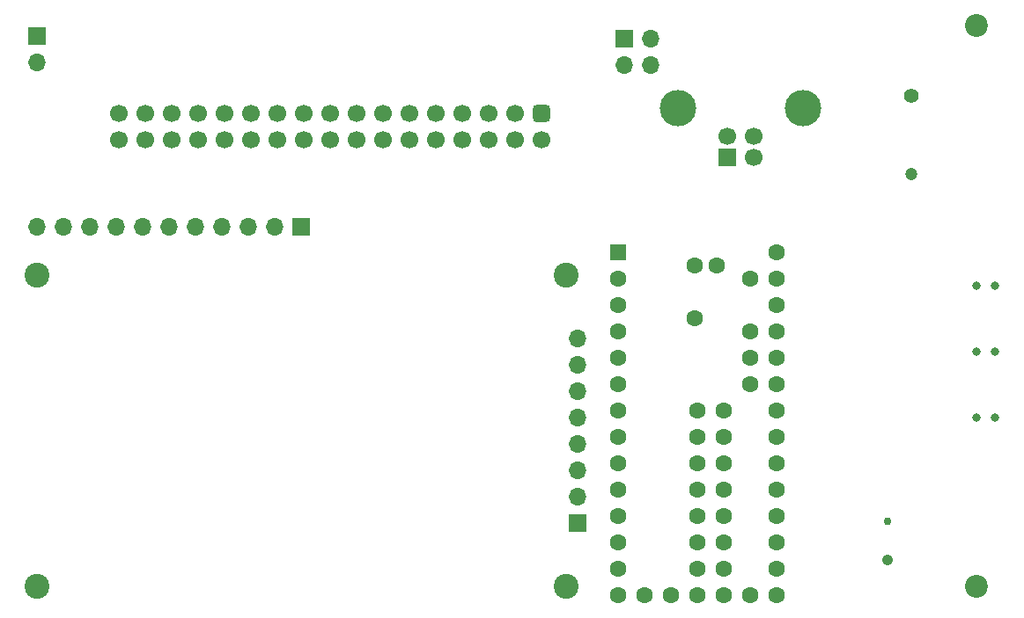
<source format=gbr>
%TF.GenerationSoftware,KiCad,Pcbnew,7.0.1*%
%TF.CreationDate,2023-04-16T22:16:48+10:00*%
%TF.ProjectId,XCopy Standalone,58436f70-7920-4537-9461-6e64616c6f6e,rev?*%
%TF.SameCoordinates,Original*%
%TF.FileFunction,Soldermask,Bot*%
%TF.FilePolarity,Negative*%
%FSLAX46Y46*%
G04 Gerber Fmt 4.6, Leading zero omitted, Abs format (unit mm)*
G04 Created by KiCad (PCBNEW 7.0.1) date 2023-04-16 22:16:48*
%MOMM*%
%LPD*%
G01*
G04 APERTURE LIST*
G04 Aperture macros list*
%AMRoundRect*
0 Rectangle with rounded corners*
0 $1 Rounding radius*
0 $2 $3 $4 $5 $6 $7 $8 $9 X,Y pos of 4 corners*
0 Add a 4 corners polygon primitive as box body*
4,1,4,$2,$3,$4,$5,$6,$7,$8,$9,$2,$3,0*
0 Add four circle primitives for the rounded corners*
1,1,$1+$1,$2,$3*
1,1,$1+$1,$4,$5*
1,1,$1+$1,$6,$7*
1,1,$1+$1,$8,$9*
0 Add four rect primitives between the rounded corners*
20,1,$1+$1,$2,$3,$4,$5,0*
20,1,$1+$1,$4,$5,$6,$7,0*
20,1,$1+$1,$6,$7,$8,$9,0*
20,1,$1+$1,$8,$9,$2,$3,0*%
G04 Aperture macros list end*
%ADD10C,0.800000*%
%ADD11C,2.400000*%
%ADD12O,1.700000X1.700000*%
%ADD13R,1.700000X1.700000*%
%ADD14RoundRect,0.425000X0.425000X-0.425000X0.425000X0.425000X-0.425000X0.425000X-0.425000X-0.425000X0*%
%ADD15C,1.700000*%
%ADD16R,1.600000X1.600000*%
%ADD17C,1.600000*%
%ADD18C,3.500000*%
%ADD19C,2.200000*%
%ADD20C,0.750000*%
%ADD21C,1.050000*%
%ADD22C,1.400000*%
%ADD23C,1.200000*%
G04 APERTURE END LIST*
D10*
%TO.C,SW2*%
X142742200Y-91897200D03*
X144542200Y-91897200D03*
%TD*%
D11*
%TO.C,U6*%
X103302300Y-114502000D03*
X103302300Y-84582000D03*
X52382300Y-114502000D03*
X52382300Y-84582000D03*
D12*
X104342300Y-90652000D03*
X104342300Y-93192000D03*
X104342300Y-95732000D03*
X104342300Y-98272000D03*
X104342300Y-100812000D03*
X104342300Y-103352000D03*
X104342300Y-105892000D03*
D13*
X104342300Y-108432000D03*
%TD*%
D10*
%TO.C,SW4*%
X142742200Y-85598000D03*
X144542200Y-85598000D03*
%TD*%
D14*
%TO.C,J1*%
X100939600Y-68969300D03*
D15*
X100939600Y-71509300D03*
X98399600Y-68969300D03*
X98399600Y-71509300D03*
X95859600Y-68969300D03*
X95859600Y-71509300D03*
X93319600Y-68969300D03*
X93319600Y-71509300D03*
X90779600Y-68969300D03*
X90779600Y-71509300D03*
X88239600Y-68969300D03*
X88239600Y-71509300D03*
X85699600Y-68969300D03*
X85699600Y-71509300D03*
X83159600Y-68969300D03*
X83159600Y-71509300D03*
X80619600Y-68969300D03*
X80619600Y-71509300D03*
X78079600Y-68969300D03*
X78079600Y-71509300D03*
X75539600Y-68969300D03*
X75539600Y-71509300D03*
X72999600Y-68969300D03*
X72999600Y-71509300D03*
X70459600Y-68969300D03*
X70459600Y-71509300D03*
X67919600Y-68969300D03*
X67919600Y-71509300D03*
X65379600Y-68969300D03*
X65379600Y-71509300D03*
X62839600Y-68969300D03*
X62839600Y-71509300D03*
X60299600Y-68969300D03*
X60299600Y-71509300D03*
%TD*%
D13*
%TO.C,J3*%
X52374800Y-61518800D03*
D12*
X52374800Y-64058800D03*
%TD*%
D16*
%TO.C,U1*%
X108251600Y-82346800D03*
D17*
X108251600Y-84886800D03*
X108251600Y-87426800D03*
X108251600Y-89966800D03*
X108251600Y-92506800D03*
X108251600Y-95046800D03*
X108251600Y-97586800D03*
X108251600Y-100126800D03*
X108251600Y-102666800D03*
X108251600Y-105206800D03*
X108251600Y-107746800D03*
X108251600Y-110286800D03*
X108251600Y-112826800D03*
X108251600Y-115366800D03*
X110791600Y-115366800D03*
X113331600Y-115366800D03*
X115871600Y-115366800D03*
X118411600Y-115366800D03*
X120951600Y-115366800D03*
X123491600Y-115366800D03*
X123491600Y-112826800D03*
X123491600Y-110286800D03*
X123491600Y-107746800D03*
X123491600Y-105206800D03*
X123491600Y-102666800D03*
X123491600Y-100126800D03*
X123491600Y-97586800D03*
X123491600Y-95046800D03*
X123491600Y-92506800D03*
X123491600Y-89966800D03*
X123491600Y-87426800D03*
X123491600Y-84886800D03*
X123491600Y-82346800D03*
X120951600Y-84886800D03*
X120951600Y-89966800D03*
X120951600Y-92506800D03*
X120951600Y-95046800D03*
X115641600Y-88696800D03*
X115641600Y-83616800D03*
X117771600Y-83616800D03*
X118411600Y-97586800D03*
X118411600Y-100126800D03*
X118411600Y-102666800D03*
X118411600Y-105206800D03*
X118411600Y-107746800D03*
X118411600Y-110286800D03*
X118411600Y-112826800D03*
X115871600Y-112826800D03*
X115871600Y-110286800D03*
X115871600Y-107746800D03*
X115871600Y-105206800D03*
X115871600Y-102666800D03*
X115871600Y-100126800D03*
X115871600Y-97586800D03*
%TD*%
D10*
%TO.C,SW3*%
X142742200Y-98298000D03*
X144542200Y-98298000D03*
%TD*%
D13*
%TO.C,J4*%
X118770400Y-73229800D03*
D15*
X121270400Y-73229800D03*
X121270400Y-71229800D03*
X118770400Y-71229800D03*
D18*
X114000400Y-68519800D03*
X126040400Y-68519800D03*
%TD*%
D19*
%TO.C,H1*%
X142748000Y-60553600D03*
%TD*%
D13*
%TO.C,J2*%
X77771600Y-79908400D03*
D12*
X75231600Y-79908400D03*
X72691600Y-79908400D03*
X70151600Y-79908400D03*
X67611600Y-79908400D03*
X65071600Y-79908400D03*
X62531600Y-79908400D03*
X59991600Y-79908400D03*
X57451600Y-79908400D03*
X54911600Y-79908400D03*
X52371600Y-79908400D03*
%TD*%
D13*
%TO.C,J5*%
X108859400Y-61823600D03*
D12*
X111399400Y-61823600D03*
X108859400Y-64363600D03*
X111399400Y-64363600D03*
%TD*%
D20*
%TO.C,SW1*%
X134213600Y-108234400D03*
D21*
X134213600Y-112034400D03*
%TD*%
D19*
%TO.C,H2*%
X142747800Y-114501800D03*
%TD*%
D22*
%TO.C,BT1*%
X136448800Y-67319200D03*
D23*
X136448800Y-74819200D03*
%TD*%
M02*

</source>
